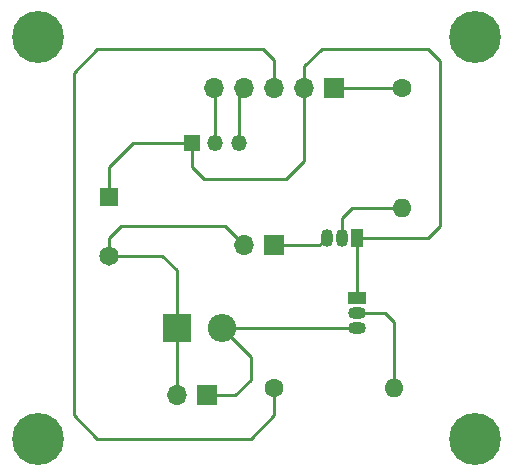
<source format=gbr>
%TF.GenerationSoftware,KiCad,Pcbnew,(5.0.1)-4*%
%TF.CreationDate,2019-03-02T17:13:33-06:00*%
%TF.ProjectId,pcbdesign,70636264657369676E2E6B696361645F,rev?*%
%TF.SameCoordinates,Original*%
%TF.FileFunction,Copper,L2,Bot,Signal*%
%TF.FilePolarity,Positive*%
%FSLAX46Y46*%
G04 Gerber Fmt 4.6, Leading zero omitted, Abs format (unit mm)*
G04 Created by KiCad (PCBNEW (5.0.1)-4) date 2019-03-02 5:13:33 PM*
%MOMM*%
%LPD*%
G01*
G04 APERTURE LIST*
%ADD10R,1.700000X1.700000*%
%ADD11O,1.700000X1.700000*%
%ADD12C,1.650000*%
%ADD13R,1.650000X1.650000*%
%ADD14O,1.350000X1.350000*%
%ADD15R,1.350000X1.350000*%
%ADD16O,1.600000X1.600000*%
%ADD17C,1.600000*%
%ADD18R,2.400000X2.400000*%
%ADD19O,2.400000X2.400000*%
%ADD20R,1.500000X1.050000*%
%ADD21O,1.500000X1.050000*%
%ADD22O,1.050000X1.500000*%
%ADD23R,1.050000X1.500000*%
%ADD24C,4.400000*%
%ADD25C,0.250000*%
G04 APERTURE END LIST*
D10*
X187055000Y-34290000D03*
D11*
X184515000Y-34290000D03*
X181975000Y-34290000D03*
X179435000Y-34290000D03*
X176895000Y-34290000D03*
D12*
X168000000Y-48500000D03*
D13*
X168000000Y-43500000D03*
D11*
X179435000Y-47625000D03*
D10*
X181975000Y-47625000D03*
D14*
X179000000Y-39000000D03*
X177000000Y-39000000D03*
D15*
X175000000Y-39000000D03*
D16*
X192770000Y-44450000D03*
D17*
X192770000Y-34290000D03*
D16*
X192135000Y-59690000D03*
D17*
X181975000Y-59690000D03*
D18*
X173720000Y-54610000D03*
D19*
X177530000Y-54610000D03*
D10*
X176260000Y-60325000D03*
D11*
X173720000Y-60325000D03*
D20*
X188960000Y-52070000D03*
D21*
X188960000Y-54610000D03*
X188960000Y-53340000D03*
D22*
X187690000Y-46990000D03*
X186420000Y-46990000D03*
D23*
X188960000Y-46990000D03*
D24*
X199000000Y-64000000D03*
X199000000Y-30000000D03*
X162000000Y-64000000D03*
X162000000Y-30000000D03*
D25*
X168000000Y-48500000D02*
X168000000Y-47000000D01*
X168000000Y-47000000D02*
X169000000Y-46000000D01*
X177810000Y-46000000D02*
X179435000Y-47625000D01*
X169000000Y-46000000D02*
X177810000Y-46000000D01*
X173720000Y-54610000D02*
X173720000Y-49720000D01*
X172500000Y-48500000D02*
X173720000Y-49720000D01*
X168000000Y-48500000D02*
X172500000Y-48500000D01*
X173720000Y-54610000D02*
X173720000Y-60325000D01*
X176260000Y-60325000D02*
X178675000Y-60325000D01*
X178675000Y-60325000D02*
X180000000Y-59000000D01*
X180000000Y-57080000D02*
X177530000Y-54610000D01*
X180000000Y-59000000D02*
X180000000Y-57080000D01*
X177530000Y-54610000D02*
X188960000Y-54610000D01*
X168000000Y-43500000D02*
X168000000Y-41000000D01*
X170000000Y-39000000D02*
X175000000Y-39000000D01*
X168000000Y-41000000D02*
X170000000Y-39000000D01*
X175000000Y-39000000D02*
X175000000Y-41000000D01*
X175000000Y-41000000D02*
X176000000Y-42000000D01*
X176000000Y-42000000D02*
X183000000Y-42000000D01*
X184515000Y-40485000D02*
X184515000Y-34290000D01*
X183000000Y-42000000D02*
X184515000Y-40485000D01*
X188960000Y-47990000D02*
X188960000Y-52070000D01*
X188960000Y-46990000D02*
X188960000Y-47990000D01*
X188960000Y-46990000D02*
X194990000Y-46990000D01*
X194990000Y-46990000D02*
X196000000Y-45980000D01*
X196000000Y-45980000D02*
X196000000Y-32000000D01*
X196000000Y-32000000D02*
X195000000Y-31000000D01*
X195000000Y-31000000D02*
X186000000Y-31000000D01*
X184515000Y-32485000D02*
X184515000Y-34290000D01*
X186000000Y-31000000D02*
X184515000Y-32485000D01*
X185785000Y-47625000D02*
X186420000Y-46990000D01*
X181975000Y-47625000D02*
X185785000Y-47625000D01*
X187055000Y-34290000D02*
X192770000Y-34290000D01*
X181975000Y-59690000D02*
X181975000Y-62025000D01*
X181975000Y-62025000D02*
X180000000Y-64000000D01*
X180000000Y-64000000D02*
X167000000Y-64000000D01*
X167000000Y-64000000D02*
X165000000Y-62000000D01*
X165000000Y-62000000D02*
X165000000Y-33000000D01*
X165000000Y-33000000D02*
X167000000Y-31000000D01*
X167000000Y-31000000D02*
X181000000Y-31000000D01*
X181975000Y-31975000D02*
X181975000Y-34290000D01*
X181000000Y-31000000D02*
X181975000Y-31975000D01*
X179000000Y-34725000D02*
X179435000Y-34290000D01*
X179000000Y-39000000D02*
X179000000Y-34725000D01*
X177000000Y-34395000D02*
X176895000Y-34290000D01*
X177000000Y-39000000D02*
X177000000Y-34395000D01*
X192135000Y-59690000D02*
X192135000Y-54135000D01*
X191340000Y-53340000D02*
X188960000Y-53340000D01*
X192135000Y-54135000D02*
X191340000Y-53340000D01*
X192770000Y-44450000D02*
X188550000Y-44450000D01*
X187690000Y-45310000D02*
X187690000Y-46990000D01*
X188550000Y-44450000D02*
X187690000Y-45310000D01*
M02*

</source>
